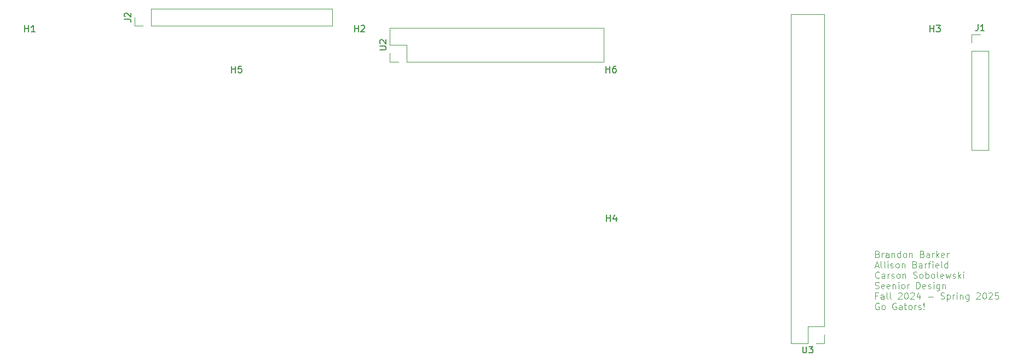
<source format=gbr>
%TF.GenerationSoftware,KiCad,Pcbnew,9.0.0*%
%TF.CreationDate,2025-04-14T10:18:26-04:00*%
%TF.ProjectId,centerPCB,63656e74-6572-4504-9342-2e6b69636164,rev?*%
%TF.SameCoordinates,Original*%
%TF.FileFunction,Legend,Top*%
%TF.FilePolarity,Positive*%
%FSLAX46Y46*%
G04 Gerber Fmt 4.6, Leading zero omitted, Abs format (unit mm)*
G04 Created by KiCad (PCBNEW 9.0.0) date 2025-04-14 10:18:26*
%MOMM*%
%LPD*%
G01*
G04 APERTURE LIST*
%ADD10C,0.100000*%
%ADD11C,0.150000*%
%ADD12C,0.120000*%
G04 APERTURE END LIST*
D10*
X192137217Y-93798889D02*
X192280074Y-93846508D01*
X192280074Y-93846508D02*
X192327693Y-93894127D01*
X192327693Y-93894127D02*
X192375312Y-93989365D01*
X192375312Y-93989365D02*
X192375312Y-94132222D01*
X192375312Y-94132222D02*
X192327693Y-94227460D01*
X192327693Y-94227460D02*
X192280074Y-94275080D01*
X192280074Y-94275080D02*
X192184836Y-94322699D01*
X192184836Y-94322699D02*
X191803884Y-94322699D01*
X191803884Y-94322699D02*
X191803884Y-93322699D01*
X191803884Y-93322699D02*
X192137217Y-93322699D01*
X192137217Y-93322699D02*
X192232455Y-93370318D01*
X192232455Y-93370318D02*
X192280074Y-93417937D01*
X192280074Y-93417937D02*
X192327693Y-93513175D01*
X192327693Y-93513175D02*
X192327693Y-93608413D01*
X192327693Y-93608413D02*
X192280074Y-93703651D01*
X192280074Y-93703651D02*
X192232455Y-93751270D01*
X192232455Y-93751270D02*
X192137217Y-93798889D01*
X192137217Y-93798889D02*
X191803884Y-93798889D01*
X192803884Y-94322699D02*
X192803884Y-93656032D01*
X192803884Y-93846508D02*
X192851503Y-93751270D01*
X192851503Y-93751270D02*
X192899122Y-93703651D01*
X192899122Y-93703651D02*
X192994360Y-93656032D01*
X192994360Y-93656032D02*
X193089598Y-93656032D01*
X193851503Y-94322699D02*
X193851503Y-93798889D01*
X193851503Y-93798889D02*
X193803884Y-93703651D01*
X193803884Y-93703651D02*
X193708646Y-93656032D01*
X193708646Y-93656032D02*
X193518170Y-93656032D01*
X193518170Y-93656032D02*
X193422932Y-93703651D01*
X193851503Y-94275080D02*
X193756265Y-94322699D01*
X193756265Y-94322699D02*
X193518170Y-94322699D01*
X193518170Y-94322699D02*
X193422932Y-94275080D01*
X193422932Y-94275080D02*
X193375313Y-94179841D01*
X193375313Y-94179841D02*
X193375313Y-94084603D01*
X193375313Y-94084603D02*
X193422932Y-93989365D01*
X193422932Y-93989365D02*
X193518170Y-93941746D01*
X193518170Y-93941746D02*
X193756265Y-93941746D01*
X193756265Y-93941746D02*
X193851503Y-93894127D01*
X194327694Y-93656032D02*
X194327694Y-94322699D01*
X194327694Y-93751270D02*
X194375313Y-93703651D01*
X194375313Y-93703651D02*
X194470551Y-93656032D01*
X194470551Y-93656032D02*
X194613408Y-93656032D01*
X194613408Y-93656032D02*
X194708646Y-93703651D01*
X194708646Y-93703651D02*
X194756265Y-93798889D01*
X194756265Y-93798889D02*
X194756265Y-94322699D01*
X195661027Y-94322699D02*
X195661027Y-93322699D01*
X195661027Y-94275080D02*
X195565789Y-94322699D01*
X195565789Y-94322699D02*
X195375313Y-94322699D01*
X195375313Y-94322699D02*
X195280075Y-94275080D01*
X195280075Y-94275080D02*
X195232456Y-94227460D01*
X195232456Y-94227460D02*
X195184837Y-94132222D01*
X195184837Y-94132222D02*
X195184837Y-93846508D01*
X195184837Y-93846508D02*
X195232456Y-93751270D01*
X195232456Y-93751270D02*
X195280075Y-93703651D01*
X195280075Y-93703651D02*
X195375313Y-93656032D01*
X195375313Y-93656032D02*
X195565789Y-93656032D01*
X195565789Y-93656032D02*
X195661027Y-93703651D01*
X196280075Y-94322699D02*
X196184837Y-94275080D01*
X196184837Y-94275080D02*
X196137218Y-94227460D01*
X196137218Y-94227460D02*
X196089599Y-94132222D01*
X196089599Y-94132222D02*
X196089599Y-93846508D01*
X196089599Y-93846508D02*
X196137218Y-93751270D01*
X196137218Y-93751270D02*
X196184837Y-93703651D01*
X196184837Y-93703651D02*
X196280075Y-93656032D01*
X196280075Y-93656032D02*
X196422932Y-93656032D01*
X196422932Y-93656032D02*
X196518170Y-93703651D01*
X196518170Y-93703651D02*
X196565789Y-93751270D01*
X196565789Y-93751270D02*
X196613408Y-93846508D01*
X196613408Y-93846508D02*
X196613408Y-94132222D01*
X196613408Y-94132222D02*
X196565789Y-94227460D01*
X196565789Y-94227460D02*
X196518170Y-94275080D01*
X196518170Y-94275080D02*
X196422932Y-94322699D01*
X196422932Y-94322699D02*
X196280075Y-94322699D01*
X197041980Y-93656032D02*
X197041980Y-94322699D01*
X197041980Y-93751270D02*
X197089599Y-93703651D01*
X197089599Y-93703651D02*
X197184837Y-93656032D01*
X197184837Y-93656032D02*
X197327694Y-93656032D01*
X197327694Y-93656032D02*
X197422932Y-93703651D01*
X197422932Y-93703651D02*
X197470551Y-93798889D01*
X197470551Y-93798889D02*
X197470551Y-94322699D01*
X199041980Y-93798889D02*
X199184837Y-93846508D01*
X199184837Y-93846508D02*
X199232456Y-93894127D01*
X199232456Y-93894127D02*
X199280075Y-93989365D01*
X199280075Y-93989365D02*
X199280075Y-94132222D01*
X199280075Y-94132222D02*
X199232456Y-94227460D01*
X199232456Y-94227460D02*
X199184837Y-94275080D01*
X199184837Y-94275080D02*
X199089599Y-94322699D01*
X199089599Y-94322699D02*
X198708647Y-94322699D01*
X198708647Y-94322699D02*
X198708647Y-93322699D01*
X198708647Y-93322699D02*
X199041980Y-93322699D01*
X199041980Y-93322699D02*
X199137218Y-93370318D01*
X199137218Y-93370318D02*
X199184837Y-93417937D01*
X199184837Y-93417937D02*
X199232456Y-93513175D01*
X199232456Y-93513175D02*
X199232456Y-93608413D01*
X199232456Y-93608413D02*
X199184837Y-93703651D01*
X199184837Y-93703651D02*
X199137218Y-93751270D01*
X199137218Y-93751270D02*
X199041980Y-93798889D01*
X199041980Y-93798889D02*
X198708647Y-93798889D01*
X200137218Y-94322699D02*
X200137218Y-93798889D01*
X200137218Y-93798889D02*
X200089599Y-93703651D01*
X200089599Y-93703651D02*
X199994361Y-93656032D01*
X199994361Y-93656032D02*
X199803885Y-93656032D01*
X199803885Y-93656032D02*
X199708647Y-93703651D01*
X200137218Y-94275080D02*
X200041980Y-94322699D01*
X200041980Y-94322699D02*
X199803885Y-94322699D01*
X199803885Y-94322699D02*
X199708647Y-94275080D01*
X199708647Y-94275080D02*
X199661028Y-94179841D01*
X199661028Y-94179841D02*
X199661028Y-94084603D01*
X199661028Y-94084603D02*
X199708647Y-93989365D01*
X199708647Y-93989365D02*
X199803885Y-93941746D01*
X199803885Y-93941746D02*
X200041980Y-93941746D01*
X200041980Y-93941746D02*
X200137218Y-93894127D01*
X200613409Y-94322699D02*
X200613409Y-93656032D01*
X200613409Y-93846508D02*
X200661028Y-93751270D01*
X200661028Y-93751270D02*
X200708647Y-93703651D01*
X200708647Y-93703651D02*
X200803885Y-93656032D01*
X200803885Y-93656032D02*
X200899123Y-93656032D01*
X201232457Y-94322699D02*
X201232457Y-93322699D01*
X201327695Y-93941746D02*
X201613409Y-94322699D01*
X201613409Y-93656032D02*
X201232457Y-94036984D01*
X202422933Y-94275080D02*
X202327695Y-94322699D01*
X202327695Y-94322699D02*
X202137219Y-94322699D01*
X202137219Y-94322699D02*
X202041981Y-94275080D01*
X202041981Y-94275080D02*
X201994362Y-94179841D01*
X201994362Y-94179841D02*
X201994362Y-93798889D01*
X201994362Y-93798889D02*
X202041981Y-93703651D01*
X202041981Y-93703651D02*
X202137219Y-93656032D01*
X202137219Y-93656032D02*
X202327695Y-93656032D01*
X202327695Y-93656032D02*
X202422933Y-93703651D01*
X202422933Y-93703651D02*
X202470552Y-93798889D01*
X202470552Y-93798889D02*
X202470552Y-93894127D01*
X202470552Y-93894127D02*
X201994362Y-93989365D01*
X202899124Y-94322699D02*
X202899124Y-93656032D01*
X202899124Y-93846508D02*
X202946743Y-93751270D01*
X202946743Y-93751270D02*
X202994362Y-93703651D01*
X202994362Y-93703651D02*
X203089600Y-93656032D01*
X203089600Y-93656032D02*
X203184838Y-93656032D01*
X191756265Y-95646928D02*
X192232455Y-95646928D01*
X191661027Y-95932643D02*
X191994360Y-94932643D01*
X191994360Y-94932643D02*
X192327693Y-95932643D01*
X192803884Y-95932643D02*
X192708646Y-95885024D01*
X192708646Y-95885024D02*
X192661027Y-95789785D01*
X192661027Y-95789785D02*
X192661027Y-94932643D01*
X193327694Y-95932643D02*
X193232456Y-95885024D01*
X193232456Y-95885024D02*
X193184837Y-95789785D01*
X193184837Y-95789785D02*
X193184837Y-94932643D01*
X193708647Y-95932643D02*
X193708647Y-95265976D01*
X193708647Y-94932643D02*
X193661028Y-94980262D01*
X193661028Y-94980262D02*
X193708647Y-95027881D01*
X193708647Y-95027881D02*
X193756266Y-94980262D01*
X193756266Y-94980262D02*
X193708647Y-94932643D01*
X193708647Y-94932643D02*
X193708647Y-95027881D01*
X194137218Y-95885024D02*
X194232456Y-95932643D01*
X194232456Y-95932643D02*
X194422932Y-95932643D01*
X194422932Y-95932643D02*
X194518170Y-95885024D01*
X194518170Y-95885024D02*
X194565789Y-95789785D01*
X194565789Y-95789785D02*
X194565789Y-95742166D01*
X194565789Y-95742166D02*
X194518170Y-95646928D01*
X194518170Y-95646928D02*
X194422932Y-95599309D01*
X194422932Y-95599309D02*
X194280075Y-95599309D01*
X194280075Y-95599309D02*
X194184837Y-95551690D01*
X194184837Y-95551690D02*
X194137218Y-95456452D01*
X194137218Y-95456452D02*
X194137218Y-95408833D01*
X194137218Y-95408833D02*
X194184837Y-95313595D01*
X194184837Y-95313595D02*
X194280075Y-95265976D01*
X194280075Y-95265976D02*
X194422932Y-95265976D01*
X194422932Y-95265976D02*
X194518170Y-95313595D01*
X195137218Y-95932643D02*
X195041980Y-95885024D01*
X195041980Y-95885024D02*
X194994361Y-95837404D01*
X194994361Y-95837404D02*
X194946742Y-95742166D01*
X194946742Y-95742166D02*
X194946742Y-95456452D01*
X194946742Y-95456452D02*
X194994361Y-95361214D01*
X194994361Y-95361214D02*
X195041980Y-95313595D01*
X195041980Y-95313595D02*
X195137218Y-95265976D01*
X195137218Y-95265976D02*
X195280075Y-95265976D01*
X195280075Y-95265976D02*
X195375313Y-95313595D01*
X195375313Y-95313595D02*
X195422932Y-95361214D01*
X195422932Y-95361214D02*
X195470551Y-95456452D01*
X195470551Y-95456452D02*
X195470551Y-95742166D01*
X195470551Y-95742166D02*
X195422932Y-95837404D01*
X195422932Y-95837404D02*
X195375313Y-95885024D01*
X195375313Y-95885024D02*
X195280075Y-95932643D01*
X195280075Y-95932643D02*
X195137218Y-95932643D01*
X195899123Y-95265976D02*
X195899123Y-95932643D01*
X195899123Y-95361214D02*
X195946742Y-95313595D01*
X195946742Y-95313595D02*
X196041980Y-95265976D01*
X196041980Y-95265976D02*
X196184837Y-95265976D01*
X196184837Y-95265976D02*
X196280075Y-95313595D01*
X196280075Y-95313595D02*
X196327694Y-95408833D01*
X196327694Y-95408833D02*
X196327694Y-95932643D01*
X197899123Y-95408833D02*
X198041980Y-95456452D01*
X198041980Y-95456452D02*
X198089599Y-95504071D01*
X198089599Y-95504071D02*
X198137218Y-95599309D01*
X198137218Y-95599309D02*
X198137218Y-95742166D01*
X198137218Y-95742166D02*
X198089599Y-95837404D01*
X198089599Y-95837404D02*
X198041980Y-95885024D01*
X198041980Y-95885024D02*
X197946742Y-95932643D01*
X197946742Y-95932643D02*
X197565790Y-95932643D01*
X197565790Y-95932643D02*
X197565790Y-94932643D01*
X197565790Y-94932643D02*
X197899123Y-94932643D01*
X197899123Y-94932643D02*
X197994361Y-94980262D01*
X197994361Y-94980262D02*
X198041980Y-95027881D01*
X198041980Y-95027881D02*
X198089599Y-95123119D01*
X198089599Y-95123119D02*
X198089599Y-95218357D01*
X198089599Y-95218357D02*
X198041980Y-95313595D01*
X198041980Y-95313595D02*
X197994361Y-95361214D01*
X197994361Y-95361214D02*
X197899123Y-95408833D01*
X197899123Y-95408833D02*
X197565790Y-95408833D01*
X198994361Y-95932643D02*
X198994361Y-95408833D01*
X198994361Y-95408833D02*
X198946742Y-95313595D01*
X198946742Y-95313595D02*
X198851504Y-95265976D01*
X198851504Y-95265976D02*
X198661028Y-95265976D01*
X198661028Y-95265976D02*
X198565790Y-95313595D01*
X198994361Y-95885024D02*
X198899123Y-95932643D01*
X198899123Y-95932643D02*
X198661028Y-95932643D01*
X198661028Y-95932643D02*
X198565790Y-95885024D01*
X198565790Y-95885024D02*
X198518171Y-95789785D01*
X198518171Y-95789785D02*
X198518171Y-95694547D01*
X198518171Y-95694547D02*
X198565790Y-95599309D01*
X198565790Y-95599309D02*
X198661028Y-95551690D01*
X198661028Y-95551690D02*
X198899123Y-95551690D01*
X198899123Y-95551690D02*
X198994361Y-95504071D01*
X199470552Y-95932643D02*
X199470552Y-95265976D01*
X199470552Y-95456452D02*
X199518171Y-95361214D01*
X199518171Y-95361214D02*
X199565790Y-95313595D01*
X199565790Y-95313595D02*
X199661028Y-95265976D01*
X199661028Y-95265976D02*
X199756266Y-95265976D01*
X199946743Y-95265976D02*
X200327695Y-95265976D01*
X200089600Y-95932643D02*
X200089600Y-95075500D01*
X200089600Y-95075500D02*
X200137219Y-94980262D01*
X200137219Y-94980262D02*
X200232457Y-94932643D01*
X200232457Y-94932643D02*
X200327695Y-94932643D01*
X200661029Y-95932643D02*
X200661029Y-95265976D01*
X200661029Y-94932643D02*
X200613410Y-94980262D01*
X200613410Y-94980262D02*
X200661029Y-95027881D01*
X200661029Y-95027881D02*
X200708648Y-94980262D01*
X200708648Y-94980262D02*
X200661029Y-94932643D01*
X200661029Y-94932643D02*
X200661029Y-95027881D01*
X201518171Y-95885024D02*
X201422933Y-95932643D01*
X201422933Y-95932643D02*
X201232457Y-95932643D01*
X201232457Y-95932643D02*
X201137219Y-95885024D01*
X201137219Y-95885024D02*
X201089600Y-95789785D01*
X201089600Y-95789785D02*
X201089600Y-95408833D01*
X201089600Y-95408833D02*
X201137219Y-95313595D01*
X201137219Y-95313595D02*
X201232457Y-95265976D01*
X201232457Y-95265976D02*
X201422933Y-95265976D01*
X201422933Y-95265976D02*
X201518171Y-95313595D01*
X201518171Y-95313595D02*
X201565790Y-95408833D01*
X201565790Y-95408833D02*
X201565790Y-95504071D01*
X201565790Y-95504071D02*
X201089600Y-95599309D01*
X202137219Y-95932643D02*
X202041981Y-95885024D01*
X202041981Y-95885024D02*
X201994362Y-95789785D01*
X201994362Y-95789785D02*
X201994362Y-94932643D01*
X202946743Y-95932643D02*
X202946743Y-94932643D01*
X202946743Y-95885024D02*
X202851505Y-95932643D01*
X202851505Y-95932643D02*
X202661029Y-95932643D01*
X202661029Y-95932643D02*
X202565791Y-95885024D01*
X202565791Y-95885024D02*
X202518172Y-95837404D01*
X202518172Y-95837404D02*
X202470553Y-95742166D01*
X202470553Y-95742166D02*
X202470553Y-95456452D01*
X202470553Y-95456452D02*
X202518172Y-95361214D01*
X202518172Y-95361214D02*
X202565791Y-95313595D01*
X202565791Y-95313595D02*
X202661029Y-95265976D01*
X202661029Y-95265976D02*
X202851505Y-95265976D01*
X202851505Y-95265976D02*
X202946743Y-95313595D01*
X192375312Y-97447348D02*
X192327693Y-97494968D01*
X192327693Y-97494968D02*
X192184836Y-97542587D01*
X192184836Y-97542587D02*
X192089598Y-97542587D01*
X192089598Y-97542587D02*
X191946741Y-97494968D01*
X191946741Y-97494968D02*
X191851503Y-97399729D01*
X191851503Y-97399729D02*
X191803884Y-97304491D01*
X191803884Y-97304491D02*
X191756265Y-97114015D01*
X191756265Y-97114015D02*
X191756265Y-96971158D01*
X191756265Y-96971158D02*
X191803884Y-96780682D01*
X191803884Y-96780682D02*
X191851503Y-96685444D01*
X191851503Y-96685444D02*
X191946741Y-96590206D01*
X191946741Y-96590206D02*
X192089598Y-96542587D01*
X192089598Y-96542587D02*
X192184836Y-96542587D01*
X192184836Y-96542587D02*
X192327693Y-96590206D01*
X192327693Y-96590206D02*
X192375312Y-96637825D01*
X193232455Y-97542587D02*
X193232455Y-97018777D01*
X193232455Y-97018777D02*
X193184836Y-96923539D01*
X193184836Y-96923539D02*
X193089598Y-96875920D01*
X193089598Y-96875920D02*
X192899122Y-96875920D01*
X192899122Y-96875920D02*
X192803884Y-96923539D01*
X193232455Y-97494968D02*
X193137217Y-97542587D01*
X193137217Y-97542587D02*
X192899122Y-97542587D01*
X192899122Y-97542587D02*
X192803884Y-97494968D01*
X192803884Y-97494968D02*
X192756265Y-97399729D01*
X192756265Y-97399729D02*
X192756265Y-97304491D01*
X192756265Y-97304491D02*
X192803884Y-97209253D01*
X192803884Y-97209253D02*
X192899122Y-97161634D01*
X192899122Y-97161634D02*
X193137217Y-97161634D01*
X193137217Y-97161634D02*
X193232455Y-97114015D01*
X193708646Y-97542587D02*
X193708646Y-96875920D01*
X193708646Y-97066396D02*
X193756265Y-96971158D01*
X193756265Y-96971158D02*
X193803884Y-96923539D01*
X193803884Y-96923539D02*
X193899122Y-96875920D01*
X193899122Y-96875920D02*
X193994360Y-96875920D01*
X194280075Y-97494968D02*
X194375313Y-97542587D01*
X194375313Y-97542587D02*
X194565789Y-97542587D01*
X194565789Y-97542587D02*
X194661027Y-97494968D01*
X194661027Y-97494968D02*
X194708646Y-97399729D01*
X194708646Y-97399729D02*
X194708646Y-97352110D01*
X194708646Y-97352110D02*
X194661027Y-97256872D01*
X194661027Y-97256872D02*
X194565789Y-97209253D01*
X194565789Y-97209253D02*
X194422932Y-97209253D01*
X194422932Y-97209253D02*
X194327694Y-97161634D01*
X194327694Y-97161634D02*
X194280075Y-97066396D01*
X194280075Y-97066396D02*
X194280075Y-97018777D01*
X194280075Y-97018777D02*
X194327694Y-96923539D01*
X194327694Y-96923539D02*
X194422932Y-96875920D01*
X194422932Y-96875920D02*
X194565789Y-96875920D01*
X194565789Y-96875920D02*
X194661027Y-96923539D01*
X195280075Y-97542587D02*
X195184837Y-97494968D01*
X195184837Y-97494968D02*
X195137218Y-97447348D01*
X195137218Y-97447348D02*
X195089599Y-97352110D01*
X195089599Y-97352110D02*
X195089599Y-97066396D01*
X195089599Y-97066396D02*
X195137218Y-96971158D01*
X195137218Y-96971158D02*
X195184837Y-96923539D01*
X195184837Y-96923539D02*
X195280075Y-96875920D01*
X195280075Y-96875920D02*
X195422932Y-96875920D01*
X195422932Y-96875920D02*
X195518170Y-96923539D01*
X195518170Y-96923539D02*
X195565789Y-96971158D01*
X195565789Y-96971158D02*
X195613408Y-97066396D01*
X195613408Y-97066396D02*
X195613408Y-97352110D01*
X195613408Y-97352110D02*
X195565789Y-97447348D01*
X195565789Y-97447348D02*
X195518170Y-97494968D01*
X195518170Y-97494968D02*
X195422932Y-97542587D01*
X195422932Y-97542587D02*
X195280075Y-97542587D01*
X196041980Y-96875920D02*
X196041980Y-97542587D01*
X196041980Y-96971158D02*
X196089599Y-96923539D01*
X196089599Y-96923539D02*
X196184837Y-96875920D01*
X196184837Y-96875920D02*
X196327694Y-96875920D01*
X196327694Y-96875920D02*
X196422932Y-96923539D01*
X196422932Y-96923539D02*
X196470551Y-97018777D01*
X196470551Y-97018777D02*
X196470551Y-97542587D01*
X197661028Y-97494968D02*
X197803885Y-97542587D01*
X197803885Y-97542587D02*
X198041980Y-97542587D01*
X198041980Y-97542587D02*
X198137218Y-97494968D01*
X198137218Y-97494968D02*
X198184837Y-97447348D01*
X198184837Y-97447348D02*
X198232456Y-97352110D01*
X198232456Y-97352110D02*
X198232456Y-97256872D01*
X198232456Y-97256872D02*
X198184837Y-97161634D01*
X198184837Y-97161634D02*
X198137218Y-97114015D01*
X198137218Y-97114015D02*
X198041980Y-97066396D01*
X198041980Y-97066396D02*
X197851504Y-97018777D01*
X197851504Y-97018777D02*
X197756266Y-96971158D01*
X197756266Y-96971158D02*
X197708647Y-96923539D01*
X197708647Y-96923539D02*
X197661028Y-96828301D01*
X197661028Y-96828301D02*
X197661028Y-96733063D01*
X197661028Y-96733063D02*
X197708647Y-96637825D01*
X197708647Y-96637825D02*
X197756266Y-96590206D01*
X197756266Y-96590206D02*
X197851504Y-96542587D01*
X197851504Y-96542587D02*
X198089599Y-96542587D01*
X198089599Y-96542587D02*
X198232456Y-96590206D01*
X198803885Y-97542587D02*
X198708647Y-97494968D01*
X198708647Y-97494968D02*
X198661028Y-97447348D01*
X198661028Y-97447348D02*
X198613409Y-97352110D01*
X198613409Y-97352110D02*
X198613409Y-97066396D01*
X198613409Y-97066396D02*
X198661028Y-96971158D01*
X198661028Y-96971158D02*
X198708647Y-96923539D01*
X198708647Y-96923539D02*
X198803885Y-96875920D01*
X198803885Y-96875920D02*
X198946742Y-96875920D01*
X198946742Y-96875920D02*
X199041980Y-96923539D01*
X199041980Y-96923539D02*
X199089599Y-96971158D01*
X199089599Y-96971158D02*
X199137218Y-97066396D01*
X199137218Y-97066396D02*
X199137218Y-97352110D01*
X199137218Y-97352110D02*
X199089599Y-97447348D01*
X199089599Y-97447348D02*
X199041980Y-97494968D01*
X199041980Y-97494968D02*
X198946742Y-97542587D01*
X198946742Y-97542587D02*
X198803885Y-97542587D01*
X199565790Y-97542587D02*
X199565790Y-96542587D01*
X199565790Y-96923539D02*
X199661028Y-96875920D01*
X199661028Y-96875920D02*
X199851504Y-96875920D01*
X199851504Y-96875920D02*
X199946742Y-96923539D01*
X199946742Y-96923539D02*
X199994361Y-96971158D01*
X199994361Y-96971158D02*
X200041980Y-97066396D01*
X200041980Y-97066396D02*
X200041980Y-97352110D01*
X200041980Y-97352110D02*
X199994361Y-97447348D01*
X199994361Y-97447348D02*
X199946742Y-97494968D01*
X199946742Y-97494968D02*
X199851504Y-97542587D01*
X199851504Y-97542587D02*
X199661028Y-97542587D01*
X199661028Y-97542587D02*
X199565790Y-97494968D01*
X200613409Y-97542587D02*
X200518171Y-97494968D01*
X200518171Y-97494968D02*
X200470552Y-97447348D01*
X200470552Y-97447348D02*
X200422933Y-97352110D01*
X200422933Y-97352110D02*
X200422933Y-97066396D01*
X200422933Y-97066396D02*
X200470552Y-96971158D01*
X200470552Y-96971158D02*
X200518171Y-96923539D01*
X200518171Y-96923539D02*
X200613409Y-96875920D01*
X200613409Y-96875920D02*
X200756266Y-96875920D01*
X200756266Y-96875920D02*
X200851504Y-96923539D01*
X200851504Y-96923539D02*
X200899123Y-96971158D01*
X200899123Y-96971158D02*
X200946742Y-97066396D01*
X200946742Y-97066396D02*
X200946742Y-97352110D01*
X200946742Y-97352110D02*
X200899123Y-97447348D01*
X200899123Y-97447348D02*
X200851504Y-97494968D01*
X200851504Y-97494968D02*
X200756266Y-97542587D01*
X200756266Y-97542587D02*
X200613409Y-97542587D01*
X201518171Y-97542587D02*
X201422933Y-97494968D01*
X201422933Y-97494968D02*
X201375314Y-97399729D01*
X201375314Y-97399729D02*
X201375314Y-96542587D01*
X202280076Y-97494968D02*
X202184838Y-97542587D01*
X202184838Y-97542587D02*
X201994362Y-97542587D01*
X201994362Y-97542587D02*
X201899124Y-97494968D01*
X201899124Y-97494968D02*
X201851505Y-97399729D01*
X201851505Y-97399729D02*
X201851505Y-97018777D01*
X201851505Y-97018777D02*
X201899124Y-96923539D01*
X201899124Y-96923539D02*
X201994362Y-96875920D01*
X201994362Y-96875920D02*
X202184838Y-96875920D01*
X202184838Y-96875920D02*
X202280076Y-96923539D01*
X202280076Y-96923539D02*
X202327695Y-97018777D01*
X202327695Y-97018777D02*
X202327695Y-97114015D01*
X202327695Y-97114015D02*
X201851505Y-97209253D01*
X202661029Y-96875920D02*
X202851505Y-97542587D01*
X202851505Y-97542587D02*
X203041981Y-97066396D01*
X203041981Y-97066396D02*
X203232457Y-97542587D01*
X203232457Y-97542587D02*
X203422933Y-96875920D01*
X203756267Y-97494968D02*
X203851505Y-97542587D01*
X203851505Y-97542587D02*
X204041981Y-97542587D01*
X204041981Y-97542587D02*
X204137219Y-97494968D01*
X204137219Y-97494968D02*
X204184838Y-97399729D01*
X204184838Y-97399729D02*
X204184838Y-97352110D01*
X204184838Y-97352110D02*
X204137219Y-97256872D01*
X204137219Y-97256872D02*
X204041981Y-97209253D01*
X204041981Y-97209253D02*
X203899124Y-97209253D01*
X203899124Y-97209253D02*
X203803886Y-97161634D01*
X203803886Y-97161634D02*
X203756267Y-97066396D01*
X203756267Y-97066396D02*
X203756267Y-97018777D01*
X203756267Y-97018777D02*
X203803886Y-96923539D01*
X203803886Y-96923539D02*
X203899124Y-96875920D01*
X203899124Y-96875920D02*
X204041981Y-96875920D01*
X204041981Y-96875920D02*
X204137219Y-96923539D01*
X204613410Y-97542587D02*
X204613410Y-96542587D01*
X204708648Y-97161634D02*
X204994362Y-97542587D01*
X204994362Y-96875920D02*
X204613410Y-97256872D01*
X205422934Y-97542587D02*
X205422934Y-96875920D01*
X205422934Y-96542587D02*
X205375315Y-96590206D01*
X205375315Y-96590206D02*
X205422934Y-96637825D01*
X205422934Y-96637825D02*
X205470553Y-96590206D01*
X205470553Y-96590206D02*
X205422934Y-96542587D01*
X205422934Y-96542587D02*
X205422934Y-96637825D01*
X191756265Y-99104912D02*
X191899122Y-99152531D01*
X191899122Y-99152531D02*
X192137217Y-99152531D01*
X192137217Y-99152531D02*
X192232455Y-99104912D01*
X192232455Y-99104912D02*
X192280074Y-99057292D01*
X192280074Y-99057292D02*
X192327693Y-98962054D01*
X192327693Y-98962054D02*
X192327693Y-98866816D01*
X192327693Y-98866816D02*
X192280074Y-98771578D01*
X192280074Y-98771578D02*
X192232455Y-98723959D01*
X192232455Y-98723959D02*
X192137217Y-98676340D01*
X192137217Y-98676340D02*
X191946741Y-98628721D01*
X191946741Y-98628721D02*
X191851503Y-98581102D01*
X191851503Y-98581102D02*
X191803884Y-98533483D01*
X191803884Y-98533483D02*
X191756265Y-98438245D01*
X191756265Y-98438245D02*
X191756265Y-98343007D01*
X191756265Y-98343007D02*
X191803884Y-98247769D01*
X191803884Y-98247769D02*
X191851503Y-98200150D01*
X191851503Y-98200150D02*
X191946741Y-98152531D01*
X191946741Y-98152531D02*
X192184836Y-98152531D01*
X192184836Y-98152531D02*
X192327693Y-98200150D01*
X193137217Y-99104912D02*
X193041979Y-99152531D01*
X193041979Y-99152531D02*
X192851503Y-99152531D01*
X192851503Y-99152531D02*
X192756265Y-99104912D01*
X192756265Y-99104912D02*
X192708646Y-99009673D01*
X192708646Y-99009673D02*
X192708646Y-98628721D01*
X192708646Y-98628721D02*
X192756265Y-98533483D01*
X192756265Y-98533483D02*
X192851503Y-98485864D01*
X192851503Y-98485864D02*
X193041979Y-98485864D01*
X193041979Y-98485864D02*
X193137217Y-98533483D01*
X193137217Y-98533483D02*
X193184836Y-98628721D01*
X193184836Y-98628721D02*
X193184836Y-98723959D01*
X193184836Y-98723959D02*
X192708646Y-98819197D01*
X193994360Y-99104912D02*
X193899122Y-99152531D01*
X193899122Y-99152531D02*
X193708646Y-99152531D01*
X193708646Y-99152531D02*
X193613408Y-99104912D01*
X193613408Y-99104912D02*
X193565789Y-99009673D01*
X193565789Y-99009673D02*
X193565789Y-98628721D01*
X193565789Y-98628721D02*
X193613408Y-98533483D01*
X193613408Y-98533483D02*
X193708646Y-98485864D01*
X193708646Y-98485864D02*
X193899122Y-98485864D01*
X193899122Y-98485864D02*
X193994360Y-98533483D01*
X193994360Y-98533483D02*
X194041979Y-98628721D01*
X194041979Y-98628721D02*
X194041979Y-98723959D01*
X194041979Y-98723959D02*
X193565789Y-98819197D01*
X194470551Y-98485864D02*
X194470551Y-99152531D01*
X194470551Y-98581102D02*
X194518170Y-98533483D01*
X194518170Y-98533483D02*
X194613408Y-98485864D01*
X194613408Y-98485864D02*
X194756265Y-98485864D01*
X194756265Y-98485864D02*
X194851503Y-98533483D01*
X194851503Y-98533483D02*
X194899122Y-98628721D01*
X194899122Y-98628721D02*
X194899122Y-99152531D01*
X195375313Y-99152531D02*
X195375313Y-98485864D01*
X195375313Y-98152531D02*
X195327694Y-98200150D01*
X195327694Y-98200150D02*
X195375313Y-98247769D01*
X195375313Y-98247769D02*
X195422932Y-98200150D01*
X195422932Y-98200150D02*
X195375313Y-98152531D01*
X195375313Y-98152531D02*
X195375313Y-98247769D01*
X195994360Y-99152531D02*
X195899122Y-99104912D01*
X195899122Y-99104912D02*
X195851503Y-99057292D01*
X195851503Y-99057292D02*
X195803884Y-98962054D01*
X195803884Y-98962054D02*
X195803884Y-98676340D01*
X195803884Y-98676340D02*
X195851503Y-98581102D01*
X195851503Y-98581102D02*
X195899122Y-98533483D01*
X195899122Y-98533483D02*
X195994360Y-98485864D01*
X195994360Y-98485864D02*
X196137217Y-98485864D01*
X196137217Y-98485864D02*
X196232455Y-98533483D01*
X196232455Y-98533483D02*
X196280074Y-98581102D01*
X196280074Y-98581102D02*
X196327693Y-98676340D01*
X196327693Y-98676340D02*
X196327693Y-98962054D01*
X196327693Y-98962054D02*
X196280074Y-99057292D01*
X196280074Y-99057292D02*
X196232455Y-99104912D01*
X196232455Y-99104912D02*
X196137217Y-99152531D01*
X196137217Y-99152531D02*
X195994360Y-99152531D01*
X196756265Y-99152531D02*
X196756265Y-98485864D01*
X196756265Y-98676340D02*
X196803884Y-98581102D01*
X196803884Y-98581102D02*
X196851503Y-98533483D01*
X196851503Y-98533483D02*
X196946741Y-98485864D01*
X196946741Y-98485864D02*
X197041979Y-98485864D01*
X198137218Y-99152531D02*
X198137218Y-98152531D01*
X198137218Y-98152531D02*
X198375313Y-98152531D01*
X198375313Y-98152531D02*
X198518170Y-98200150D01*
X198518170Y-98200150D02*
X198613408Y-98295388D01*
X198613408Y-98295388D02*
X198661027Y-98390626D01*
X198661027Y-98390626D02*
X198708646Y-98581102D01*
X198708646Y-98581102D02*
X198708646Y-98723959D01*
X198708646Y-98723959D02*
X198661027Y-98914435D01*
X198661027Y-98914435D02*
X198613408Y-99009673D01*
X198613408Y-99009673D02*
X198518170Y-99104912D01*
X198518170Y-99104912D02*
X198375313Y-99152531D01*
X198375313Y-99152531D02*
X198137218Y-99152531D01*
X199518170Y-99104912D02*
X199422932Y-99152531D01*
X199422932Y-99152531D02*
X199232456Y-99152531D01*
X199232456Y-99152531D02*
X199137218Y-99104912D01*
X199137218Y-99104912D02*
X199089599Y-99009673D01*
X199089599Y-99009673D02*
X199089599Y-98628721D01*
X199089599Y-98628721D02*
X199137218Y-98533483D01*
X199137218Y-98533483D02*
X199232456Y-98485864D01*
X199232456Y-98485864D02*
X199422932Y-98485864D01*
X199422932Y-98485864D02*
X199518170Y-98533483D01*
X199518170Y-98533483D02*
X199565789Y-98628721D01*
X199565789Y-98628721D02*
X199565789Y-98723959D01*
X199565789Y-98723959D02*
X199089599Y-98819197D01*
X199946742Y-99104912D02*
X200041980Y-99152531D01*
X200041980Y-99152531D02*
X200232456Y-99152531D01*
X200232456Y-99152531D02*
X200327694Y-99104912D01*
X200327694Y-99104912D02*
X200375313Y-99009673D01*
X200375313Y-99009673D02*
X200375313Y-98962054D01*
X200375313Y-98962054D02*
X200327694Y-98866816D01*
X200327694Y-98866816D02*
X200232456Y-98819197D01*
X200232456Y-98819197D02*
X200089599Y-98819197D01*
X200089599Y-98819197D02*
X199994361Y-98771578D01*
X199994361Y-98771578D02*
X199946742Y-98676340D01*
X199946742Y-98676340D02*
X199946742Y-98628721D01*
X199946742Y-98628721D02*
X199994361Y-98533483D01*
X199994361Y-98533483D02*
X200089599Y-98485864D01*
X200089599Y-98485864D02*
X200232456Y-98485864D01*
X200232456Y-98485864D02*
X200327694Y-98533483D01*
X200803885Y-99152531D02*
X200803885Y-98485864D01*
X200803885Y-98152531D02*
X200756266Y-98200150D01*
X200756266Y-98200150D02*
X200803885Y-98247769D01*
X200803885Y-98247769D02*
X200851504Y-98200150D01*
X200851504Y-98200150D02*
X200803885Y-98152531D01*
X200803885Y-98152531D02*
X200803885Y-98247769D01*
X201708646Y-98485864D02*
X201708646Y-99295388D01*
X201708646Y-99295388D02*
X201661027Y-99390626D01*
X201661027Y-99390626D02*
X201613408Y-99438245D01*
X201613408Y-99438245D02*
X201518170Y-99485864D01*
X201518170Y-99485864D02*
X201375313Y-99485864D01*
X201375313Y-99485864D02*
X201280075Y-99438245D01*
X201708646Y-99104912D02*
X201613408Y-99152531D01*
X201613408Y-99152531D02*
X201422932Y-99152531D01*
X201422932Y-99152531D02*
X201327694Y-99104912D01*
X201327694Y-99104912D02*
X201280075Y-99057292D01*
X201280075Y-99057292D02*
X201232456Y-98962054D01*
X201232456Y-98962054D02*
X201232456Y-98676340D01*
X201232456Y-98676340D02*
X201280075Y-98581102D01*
X201280075Y-98581102D02*
X201327694Y-98533483D01*
X201327694Y-98533483D02*
X201422932Y-98485864D01*
X201422932Y-98485864D02*
X201613408Y-98485864D01*
X201613408Y-98485864D02*
X201708646Y-98533483D01*
X202184837Y-98485864D02*
X202184837Y-99152531D01*
X202184837Y-98581102D02*
X202232456Y-98533483D01*
X202232456Y-98533483D02*
X202327694Y-98485864D01*
X202327694Y-98485864D02*
X202470551Y-98485864D01*
X202470551Y-98485864D02*
X202565789Y-98533483D01*
X202565789Y-98533483D02*
X202613408Y-98628721D01*
X202613408Y-98628721D02*
X202613408Y-99152531D01*
X192137217Y-100238665D02*
X191803884Y-100238665D01*
X191803884Y-100762475D02*
X191803884Y-99762475D01*
X191803884Y-99762475D02*
X192280074Y-99762475D01*
X193089598Y-100762475D02*
X193089598Y-100238665D01*
X193089598Y-100238665D02*
X193041979Y-100143427D01*
X193041979Y-100143427D02*
X192946741Y-100095808D01*
X192946741Y-100095808D02*
X192756265Y-100095808D01*
X192756265Y-100095808D02*
X192661027Y-100143427D01*
X193089598Y-100714856D02*
X192994360Y-100762475D01*
X192994360Y-100762475D02*
X192756265Y-100762475D01*
X192756265Y-100762475D02*
X192661027Y-100714856D01*
X192661027Y-100714856D02*
X192613408Y-100619617D01*
X192613408Y-100619617D02*
X192613408Y-100524379D01*
X192613408Y-100524379D02*
X192661027Y-100429141D01*
X192661027Y-100429141D02*
X192756265Y-100381522D01*
X192756265Y-100381522D02*
X192994360Y-100381522D01*
X192994360Y-100381522D02*
X193089598Y-100333903D01*
X193708646Y-100762475D02*
X193613408Y-100714856D01*
X193613408Y-100714856D02*
X193565789Y-100619617D01*
X193565789Y-100619617D02*
X193565789Y-99762475D01*
X194232456Y-100762475D02*
X194137218Y-100714856D01*
X194137218Y-100714856D02*
X194089599Y-100619617D01*
X194089599Y-100619617D02*
X194089599Y-99762475D01*
X195327695Y-99857713D02*
X195375314Y-99810094D01*
X195375314Y-99810094D02*
X195470552Y-99762475D01*
X195470552Y-99762475D02*
X195708647Y-99762475D01*
X195708647Y-99762475D02*
X195803885Y-99810094D01*
X195803885Y-99810094D02*
X195851504Y-99857713D01*
X195851504Y-99857713D02*
X195899123Y-99952951D01*
X195899123Y-99952951D02*
X195899123Y-100048189D01*
X195899123Y-100048189D02*
X195851504Y-100191046D01*
X195851504Y-100191046D02*
X195280076Y-100762475D01*
X195280076Y-100762475D02*
X195899123Y-100762475D01*
X196518171Y-99762475D02*
X196613409Y-99762475D01*
X196613409Y-99762475D02*
X196708647Y-99810094D01*
X196708647Y-99810094D02*
X196756266Y-99857713D01*
X196756266Y-99857713D02*
X196803885Y-99952951D01*
X196803885Y-99952951D02*
X196851504Y-100143427D01*
X196851504Y-100143427D02*
X196851504Y-100381522D01*
X196851504Y-100381522D02*
X196803885Y-100571998D01*
X196803885Y-100571998D02*
X196756266Y-100667236D01*
X196756266Y-100667236D02*
X196708647Y-100714856D01*
X196708647Y-100714856D02*
X196613409Y-100762475D01*
X196613409Y-100762475D02*
X196518171Y-100762475D01*
X196518171Y-100762475D02*
X196422933Y-100714856D01*
X196422933Y-100714856D02*
X196375314Y-100667236D01*
X196375314Y-100667236D02*
X196327695Y-100571998D01*
X196327695Y-100571998D02*
X196280076Y-100381522D01*
X196280076Y-100381522D02*
X196280076Y-100143427D01*
X196280076Y-100143427D02*
X196327695Y-99952951D01*
X196327695Y-99952951D02*
X196375314Y-99857713D01*
X196375314Y-99857713D02*
X196422933Y-99810094D01*
X196422933Y-99810094D02*
X196518171Y-99762475D01*
X197232457Y-99857713D02*
X197280076Y-99810094D01*
X197280076Y-99810094D02*
X197375314Y-99762475D01*
X197375314Y-99762475D02*
X197613409Y-99762475D01*
X197613409Y-99762475D02*
X197708647Y-99810094D01*
X197708647Y-99810094D02*
X197756266Y-99857713D01*
X197756266Y-99857713D02*
X197803885Y-99952951D01*
X197803885Y-99952951D02*
X197803885Y-100048189D01*
X197803885Y-100048189D02*
X197756266Y-100191046D01*
X197756266Y-100191046D02*
X197184838Y-100762475D01*
X197184838Y-100762475D02*
X197803885Y-100762475D01*
X198661028Y-100095808D02*
X198661028Y-100762475D01*
X198422933Y-99714856D02*
X198184838Y-100429141D01*
X198184838Y-100429141D02*
X198803885Y-100429141D01*
X199946743Y-100381522D02*
X200708648Y-100381522D01*
X201899124Y-100714856D02*
X202041981Y-100762475D01*
X202041981Y-100762475D02*
X202280076Y-100762475D01*
X202280076Y-100762475D02*
X202375314Y-100714856D01*
X202375314Y-100714856D02*
X202422933Y-100667236D01*
X202422933Y-100667236D02*
X202470552Y-100571998D01*
X202470552Y-100571998D02*
X202470552Y-100476760D01*
X202470552Y-100476760D02*
X202422933Y-100381522D01*
X202422933Y-100381522D02*
X202375314Y-100333903D01*
X202375314Y-100333903D02*
X202280076Y-100286284D01*
X202280076Y-100286284D02*
X202089600Y-100238665D01*
X202089600Y-100238665D02*
X201994362Y-100191046D01*
X201994362Y-100191046D02*
X201946743Y-100143427D01*
X201946743Y-100143427D02*
X201899124Y-100048189D01*
X201899124Y-100048189D02*
X201899124Y-99952951D01*
X201899124Y-99952951D02*
X201946743Y-99857713D01*
X201946743Y-99857713D02*
X201994362Y-99810094D01*
X201994362Y-99810094D02*
X202089600Y-99762475D01*
X202089600Y-99762475D02*
X202327695Y-99762475D01*
X202327695Y-99762475D02*
X202470552Y-99810094D01*
X202899124Y-100095808D02*
X202899124Y-101095808D01*
X202899124Y-100143427D02*
X202994362Y-100095808D01*
X202994362Y-100095808D02*
X203184838Y-100095808D01*
X203184838Y-100095808D02*
X203280076Y-100143427D01*
X203280076Y-100143427D02*
X203327695Y-100191046D01*
X203327695Y-100191046D02*
X203375314Y-100286284D01*
X203375314Y-100286284D02*
X203375314Y-100571998D01*
X203375314Y-100571998D02*
X203327695Y-100667236D01*
X203327695Y-100667236D02*
X203280076Y-100714856D01*
X203280076Y-100714856D02*
X203184838Y-100762475D01*
X203184838Y-100762475D02*
X202994362Y-100762475D01*
X202994362Y-100762475D02*
X202899124Y-100714856D01*
X203803886Y-100762475D02*
X203803886Y-100095808D01*
X203803886Y-100286284D02*
X203851505Y-100191046D01*
X203851505Y-100191046D02*
X203899124Y-100143427D01*
X203899124Y-100143427D02*
X203994362Y-100095808D01*
X203994362Y-100095808D02*
X204089600Y-100095808D01*
X204422934Y-100762475D02*
X204422934Y-100095808D01*
X204422934Y-99762475D02*
X204375315Y-99810094D01*
X204375315Y-99810094D02*
X204422934Y-99857713D01*
X204422934Y-99857713D02*
X204470553Y-99810094D01*
X204470553Y-99810094D02*
X204422934Y-99762475D01*
X204422934Y-99762475D02*
X204422934Y-99857713D01*
X204899124Y-100095808D02*
X204899124Y-100762475D01*
X204899124Y-100191046D02*
X204946743Y-100143427D01*
X204946743Y-100143427D02*
X205041981Y-100095808D01*
X205041981Y-100095808D02*
X205184838Y-100095808D01*
X205184838Y-100095808D02*
X205280076Y-100143427D01*
X205280076Y-100143427D02*
X205327695Y-100238665D01*
X205327695Y-100238665D02*
X205327695Y-100762475D01*
X206232457Y-100095808D02*
X206232457Y-100905332D01*
X206232457Y-100905332D02*
X206184838Y-101000570D01*
X206184838Y-101000570D02*
X206137219Y-101048189D01*
X206137219Y-101048189D02*
X206041981Y-101095808D01*
X206041981Y-101095808D02*
X205899124Y-101095808D01*
X205899124Y-101095808D02*
X205803886Y-101048189D01*
X206232457Y-100714856D02*
X206137219Y-100762475D01*
X206137219Y-100762475D02*
X205946743Y-100762475D01*
X205946743Y-100762475D02*
X205851505Y-100714856D01*
X205851505Y-100714856D02*
X205803886Y-100667236D01*
X205803886Y-100667236D02*
X205756267Y-100571998D01*
X205756267Y-100571998D02*
X205756267Y-100286284D01*
X205756267Y-100286284D02*
X205803886Y-100191046D01*
X205803886Y-100191046D02*
X205851505Y-100143427D01*
X205851505Y-100143427D02*
X205946743Y-100095808D01*
X205946743Y-100095808D02*
X206137219Y-100095808D01*
X206137219Y-100095808D02*
X206232457Y-100143427D01*
X207422934Y-99857713D02*
X207470553Y-99810094D01*
X207470553Y-99810094D02*
X207565791Y-99762475D01*
X207565791Y-99762475D02*
X207803886Y-99762475D01*
X207803886Y-99762475D02*
X207899124Y-99810094D01*
X207899124Y-99810094D02*
X207946743Y-99857713D01*
X207946743Y-99857713D02*
X207994362Y-99952951D01*
X207994362Y-99952951D02*
X207994362Y-100048189D01*
X207994362Y-100048189D02*
X207946743Y-100191046D01*
X207946743Y-100191046D02*
X207375315Y-100762475D01*
X207375315Y-100762475D02*
X207994362Y-100762475D01*
X208613410Y-99762475D02*
X208708648Y-99762475D01*
X208708648Y-99762475D02*
X208803886Y-99810094D01*
X208803886Y-99810094D02*
X208851505Y-99857713D01*
X208851505Y-99857713D02*
X208899124Y-99952951D01*
X208899124Y-99952951D02*
X208946743Y-100143427D01*
X208946743Y-100143427D02*
X208946743Y-100381522D01*
X208946743Y-100381522D02*
X208899124Y-100571998D01*
X208899124Y-100571998D02*
X208851505Y-100667236D01*
X208851505Y-100667236D02*
X208803886Y-100714856D01*
X208803886Y-100714856D02*
X208708648Y-100762475D01*
X208708648Y-100762475D02*
X208613410Y-100762475D01*
X208613410Y-100762475D02*
X208518172Y-100714856D01*
X208518172Y-100714856D02*
X208470553Y-100667236D01*
X208470553Y-100667236D02*
X208422934Y-100571998D01*
X208422934Y-100571998D02*
X208375315Y-100381522D01*
X208375315Y-100381522D02*
X208375315Y-100143427D01*
X208375315Y-100143427D02*
X208422934Y-99952951D01*
X208422934Y-99952951D02*
X208470553Y-99857713D01*
X208470553Y-99857713D02*
X208518172Y-99810094D01*
X208518172Y-99810094D02*
X208613410Y-99762475D01*
X209327696Y-99857713D02*
X209375315Y-99810094D01*
X209375315Y-99810094D02*
X209470553Y-99762475D01*
X209470553Y-99762475D02*
X209708648Y-99762475D01*
X209708648Y-99762475D02*
X209803886Y-99810094D01*
X209803886Y-99810094D02*
X209851505Y-99857713D01*
X209851505Y-99857713D02*
X209899124Y-99952951D01*
X209899124Y-99952951D02*
X209899124Y-100048189D01*
X209899124Y-100048189D02*
X209851505Y-100191046D01*
X209851505Y-100191046D02*
X209280077Y-100762475D01*
X209280077Y-100762475D02*
X209899124Y-100762475D01*
X210803886Y-99762475D02*
X210327696Y-99762475D01*
X210327696Y-99762475D02*
X210280077Y-100238665D01*
X210280077Y-100238665D02*
X210327696Y-100191046D01*
X210327696Y-100191046D02*
X210422934Y-100143427D01*
X210422934Y-100143427D02*
X210661029Y-100143427D01*
X210661029Y-100143427D02*
X210756267Y-100191046D01*
X210756267Y-100191046D02*
X210803886Y-100238665D01*
X210803886Y-100238665D02*
X210851505Y-100333903D01*
X210851505Y-100333903D02*
X210851505Y-100571998D01*
X210851505Y-100571998D02*
X210803886Y-100667236D01*
X210803886Y-100667236D02*
X210756267Y-100714856D01*
X210756267Y-100714856D02*
X210661029Y-100762475D01*
X210661029Y-100762475D02*
X210422934Y-100762475D01*
X210422934Y-100762475D02*
X210327696Y-100714856D01*
X210327696Y-100714856D02*
X210280077Y-100667236D01*
X192327693Y-101420038D02*
X192232455Y-101372419D01*
X192232455Y-101372419D02*
X192089598Y-101372419D01*
X192089598Y-101372419D02*
X191946741Y-101420038D01*
X191946741Y-101420038D02*
X191851503Y-101515276D01*
X191851503Y-101515276D02*
X191803884Y-101610514D01*
X191803884Y-101610514D02*
X191756265Y-101800990D01*
X191756265Y-101800990D02*
X191756265Y-101943847D01*
X191756265Y-101943847D02*
X191803884Y-102134323D01*
X191803884Y-102134323D02*
X191851503Y-102229561D01*
X191851503Y-102229561D02*
X191946741Y-102324800D01*
X191946741Y-102324800D02*
X192089598Y-102372419D01*
X192089598Y-102372419D02*
X192184836Y-102372419D01*
X192184836Y-102372419D02*
X192327693Y-102324800D01*
X192327693Y-102324800D02*
X192375312Y-102277180D01*
X192375312Y-102277180D02*
X192375312Y-101943847D01*
X192375312Y-101943847D02*
X192184836Y-101943847D01*
X192946741Y-102372419D02*
X192851503Y-102324800D01*
X192851503Y-102324800D02*
X192803884Y-102277180D01*
X192803884Y-102277180D02*
X192756265Y-102181942D01*
X192756265Y-102181942D02*
X192756265Y-101896228D01*
X192756265Y-101896228D02*
X192803884Y-101800990D01*
X192803884Y-101800990D02*
X192851503Y-101753371D01*
X192851503Y-101753371D02*
X192946741Y-101705752D01*
X192946741Y-101705752D02*
X193089598Y-101705752D01*
X193089598Y-101705752D02*
X193184836Y-101753371D01*
X193184836Y-101753371D02*
X193232455Y-101800990D01*
X193232455Y-101800990D02*
X193280074Y-101896228D01*
X193280074Y-101896228D02*
X193280074Y-102181942D01*
X193280074Y-102181942D02*
X193232455Y-102277180D01*
X193232455Y-102277180D02*
X193184836Y-102324800D01*
X193184836Y-102324800D02*
X193089598Y-102372419D01*
X193089598Y-102372419D02*
X192946741Y-102372419D01*
X194994360Y-101420038D02*
X194899122Y-101372419D01*
X194899122Y-101372419D02*
X194756265Y-101372419D01*
X194756265Y-101372419D02*
X194613408Y-101420038D01*
X194613408Y-101420038D02*
X194518170Y-101515276D01*
X194518170Y-101515276D02*
X194470551Y-101610514D01*
X194470551Y-101610514D02*
X194422932Y-101800990D01*
X194422932Y-101800990D02*
X194422932Y-101943847D01*
X194422932Y-101943847D02*
X194470551Y-102134323D01*
X194470551Y-102134323D02*
X194518170Y-102229561D01*
X194518170Y-102229561D02*
X194613408Y-102324800D01*
X194613408Y-102324800D02*
X194756265Y-102372419D01*
X194756265Y-102372419D02*
X194851503Y-102372419D01*
X194851503Y-102372419D02*
X194994360Y-102324800D01*
X194994360Y-102324800D02*
X195041979Y-102277180D01*
X195041979Y-102277180D02*
X195041979Y-101943847D01*
X195041979Y-101943847D02*
X194851503Y-101943847D01*
X195899122Y-102372419D02*
X195899122Y-101848609D01*
X195899122Y-101848609D02*
X195851503Y-101753371D01*
X195851503Y-101753371D02*
X195756265Y-101705752D01*
X195756265Y-101705752D02*
X195565789Y-101705752D01*
X195565789Y-101705752D02*
X195470551Y-101753371D01*
X195899122Y-102324800D02*
X195803884Y-102372419D01*
X195803884Y-102372419D02*
X195565789Y-102372419D01*
X195565789Y-102372419D02*
X195470551Y-102324800D01*
X195470551Y-102324800D02*
X195422932Y-102229561D01*
X195422932Y-102229561D02*
X195422932Y-102134323D01*
X195422932Y-102134323D02*
X195470551Y-102039085D01*
X195470551Y-102039085D02*
X195565789Y-101991466D01*
X195565789Y-101991466D02*
X195803884Y-101991466D01*
X195803884Y-101991466D02*
X195899122Y-101943847D01*
X196232456Y-101705752D02*
X196613408Y-101705752D01*
X196375313Y-101372419D02*
X196375313Y-102229561D01*
X196375313Y-102229561D02*
X196422932Y-102324800D01*
X196422932Y-102324800D02*
X196518170Y-102372419D01*
X196518170Y-102372419D02*
X196613408Y-102372419D01*
X197089599Y-102372419D02*
X196994361Y-102324800D01*
X196994361Y-102324800D02*
X196946742Y-102277180D01*
X196946742Y-102277180D02*
X196899123Y-102181942D01*
X196899123Y-102181942D02*
X196899123Y-101896228D01*
X196899123Y-101896228D02*
X196946742Y-101800990D01*
X196946742Y-101800990D02*
X196994361Y-101753371D01*
X196994361Y-101753371D02*
X197089599Y-101705752D01*
X197089599Y-101705752D02*
X197232456Y-101705752D01*
X197232456Y-101705752D02*
X197327694Y-101753371D01*
X197327694Y-101753371D02*
X197375313Y-101800990D01*
X197375313Y-101800990D02*
X197422932Y-101896228D01*
X197422932Y-101896228D02*
X197422932Y-102181942D01*
X197422932Y-102181942D02*
X197375313Y-102277180D01*
X197375313Y-102277180D02*
X197327694Y-102324800D01*
X197327694Y-102324800D02*
X197232456Y-102372419D01*
X197232456Y-102372419D02*
X197089599Y-102372419D01*
X197851504Y-102372419D02*
X197851504Y-101705752D01*
X197851504Y-101896228D02*
X197899123Y-101800990D01*
X197899123Y-101800990D02*
X197946742Y-101753371D01*
X197946742Y-101753371D02*
X198041980Y-101705752D01*
X198041980Y-101705752D02*
X198137218Y-101705752D01*
X198422933Y-102324800D02*
X198518171Y-102372419D01*
X198518171Y-102372419D02*
X198708647Y-102372419D01*
X198708647Y-102372419D02*
X198803885Y-102324800D01*
X198803885Y-102324800D02*
X198851504Y-102229561D01*
X198851504Y-102229561D02*
X198851504Y-102181942D01*
X198851504Y-102181942D02*
X198803885Y-102086704D01*
X198803885Y-102086704D02*
X198708647Y-102039085D01*
X198708647Y-102039085D02*
X198565790Y-102039085D01*
X198565790Y-102039085D02*
X198470552Y-101991466D01*
X198470552Y-101991466D02*
X198422933Y-101896228D01*
X198422933Y-101896228D02*
X198422933Y-101848609D01*
X198422933Y-101848609D02*
X198470552Y-101753371D01*
X198470552Y-101753371D02*
X198565790Y-101705752D01*
X198565790Y-101705752D02*
X198708647Y-101705752D01*
X198708647Y-101705752D02*
X198803885Y-101753371D01*
X199280076Y-102277180D02*
X199327695Y-102324800D01*
X199327695Y-102324800D02*
X199280076Y-102372419D01*
X199280076Y-102372419D02*
X199232457Y-102324800D01*
X199232457Y-102324800D02*
X199280076Y-102277180D01*
X199280076Y-102277180D02*
X199280076Y-102372419D01*
X199280076Y-101991466D02*
X199232457Y-101420038D01*
X199232457Y-101420038D02*
X199280076Y-101372419D01*
X199280076Y-101372419D02*
X199327695Y-101420038D01*
X199327695Y-101420038D02*
X199280076Y-101991466D01*
X199280076Y-101991466D02*
X199280076Y-101372419D01*
D11*
X60237995Y-59454819D02*
X60237995Y-58454819D01*
X60237995Y-58931009D02*
X60809423Y-58931009D01*
X60809423Y-59454819D02*
X60809423Y-58454819D01*
X61809423Y-59454819D02*
X61237995Y-59454819D01*
X61523709Y-59454819D02*
X61523709Y-58454819D01*
X61523709Y-58454819D02*
X61428471Y-58597676D01*
X61428471Y-58597676D02*
X61333233Y-58692914D01*
X61333233Y-58692914D02*
X61237995Y-58740533D01*
X115124819Y-62231904D02*
X115934342Y-62231904D01*
X115934342Y-62231904D02*
X116029580Y-62184285D01*
X116029580Y-62184285D02*
X116077200Y-62136666D01*
X116077200Y-62136666D02*
X116124819Y-62041428D01*
X116124819Y-62041428D02*
X116124819Y-61850952D01*
X116124819Y-61850952D02*
X116077200Y-61755714D01*
X116077200Y-61755714D02*
X116029580Y-61708095D01*
X116029580Y-61708095D02*
X115934342Y-61660476D01*
X115934342Y-61660476D02*
X115124819Y-61660476D01*
X115220057Y-61231904D02*
X115172438Y-61184285D01*
X115172438Y-61184285D02*
X115124819Y-61089047D01*
X115124819Y-61089047D02*
X115124819Y-60850952D01*
X115124819Y-60850952D02*
X115172438Y-60755714D01*
X115172438Y-60755714D02*
X115220057Y-60708095D01*
X115220057Y-60708095D02*
X115315295Y-60660476D01*
X115315295Y-60660476D02*
X115410533Y-60660476D01*
X115410533Y-60660476D02*
X115553390Y-60708095D01*
X115553390Y-60708095D02*
X116124819Y-61279523D01*
X116124819Y-61279523D02*
X116124819Y-60660476D01*
X111238095Y-59454819D02*
X111238095Y-58454819D01*
X111238095Y-58931009D02*
X111809523Y-58931009D01*
X111809523Y-59454819D02*
X111809523Y-58454819D01*
X112238095Y-58550057D02*
X112285714Y-58502438D01*
X112285714Y-58502438D02*
X112380952Y-58454819D01*
X112380952Y-58454819D02*
X112619047Y-58454819D01*
X112619047Y-58454819D02*
X112714285Y-58502438D01*
X112714285Y-58502438D02*
X112761904Y-58550057D01*
X112761904Y-58550057D02*
X112809523Y-58645295D01*
X112809523Y-58645295D02*
X112809523Y-58740533D01*
X112809523Y-58740533D02*
X112761904Y-58883390D01*
X112761904Y-58883390D02*
X112190476Y-59454819D01*
X112190476Y-59454819D02*
X112809523Y-59454819D01*
X180568095Y-108084819D02*
X180568095Y-108894342D01*
X180568095Y-108894342D02*
X180615714Y-108989580D01*
X180615714Y-108989580D02*
X180663333Y-109037200D01*
X180663333Y-109037200D02*
X180758571Y-109084819D01*
X180758571Y-109084819D02*
X180949047Y-109084819D01*
X180949047Y-109084819D02*
X181044285Y-109037200D01*
X181044285Y-109037200D02*
X181091904Y-108989580D01*
X181091904Y-108989580D02*
X181139523Y-108894342D01*
X181139523Y-108894342D02*
X181139523Y-108084819D01*
X181520476Y-108084819D02*
X182139523Y-108084819D01*
X182139523Y-108084819D02*
X181806190Y-108465771D01*
X181806190Y-108465771D02*
X181949047Y-108465771D01*
X181949047Y-108465771D02*
X182044285Y-108513390D01*
X182044285Y-108513390D02*
X182091904Y-108561009D01*
X182091904Y-108561009D02*
X182139523Y-108656247D01*
X182139523Y-108656247D02*
X182139523Y-108894342D01*
X182139523Y-108894342D02*
X182091904Y-108989580D01*
X182091904Y-108989580D02*
X182044285Y-109037200D01*
X182044285Y-109037200D02*
X181949047Y-109084819D01*
X181949047Y-109084819D02*
X181663333Y-109084819D01*
X181663333Y-109084819D02*
X181568095Y-109037200D01*
X181568095Y-109037200D02*
X181520476Y-108989580D01*
X75649819Y-57533333D02*
X76364104Y-57533333D01*
X76364104Y-57533333D02*
X76506961Y-57580952D01*
X76506961Y-57580952D02*
X76602200Y-57676190D01*
X76602200Y-57676190D02*
X76649819Y-57819047D01*
X76649819Y-57819047D02*
X76649819Y-57914285D01*
X75745057Y-57104761D02*
X75697438Y-57057142D01*
X75697438Y-57057142D02*
X75649819Y-56961904D01*
X75649819Y-56961904D02*
X75649819Y-56723809D01*
X75649819Y-56723809D02*
X75697438Y-56628571D01*
X75697438Y-56628571D02*
X75745057Y-56580952D01*
X75745057Y-56580952D02*
X75840295Y-56533333D01*
X75840295Y-56533333D02*
X75935533Y-56533333D01*
X75935533Y-56533333D02*
X76078390Y-56580952D01*
X76078390Y-56580952D02*
X76649819Y-57152380D01*
X76649819Y-57152380D02*
X76649819Y-56533333D01*
X207666666Y-58284819D02*
X207666666Y-58999104D01*
X207666666Y-58999104D02*
X207619047Y-59141961D01*
X207619047Y-59141961D02*
X207523809Y-59237200D01*
X207523809Y-59237200D02*
X207380952Y-59284819D01*
X207380952Y-59284819D02*
X207285714Y-59284819D01*
X208666666Y-59284819D02*
X208095238Y-59284819D01*
X208380952Y-59284819D02*
X208380952Y-58284819D01*
X208380952Y-58284819D02*
X208285714Y-58427676D01*
X208285714Y-58427676D02*
X208190476Y-58522914D01*
X208190476Y-58522914D02*
X208095238Y-58570533D01*
X150238095Y-88754819D02*
X150238095Y-87754819D01*
X150238095Y-88231009D02*
X150809523Y-88231009D01*
X150809523Y-88754819D02*
X150809523Y-87754819D01*
X151714285Y-88088152D02*
X151714285Y-88754819D01*
X151476190Y-87707200D02*
X151238095Y-88421485D01*
X151238095Y-88421485D02*
X151857142Y-88421485D01*
X150138095Y-65754819D02*
X150138095Y-64754819D01*
X150138095Y-65231009D02*
X150709523Y-65231009D01*
X150709523Y-65754819D02*
X150709523Y-64754819D01*
X151614285Y-64754819D02*
X151423809Y-64754819D01*
X151423809Y-64754819D02*
X151328571Y-64802438D01*
X151328571Y-64802438D02*
X151280952Y-64850057D01*
X151280952Y-64850057D02*
X151185714Y-64992914D01*
X151185714Y-64992914D02*
X151138095Y-65183390D01*
X151138095Y-65183390D02*
X151138095Y-65564342D01*
X151138095Y-65564342D02*
X151185714Y-65659580D01*
X151185714Y-65659580D02*
X151233333Y-65707200D01*
X151233333Y-65707200D02*
X151328571Y-65754819D01*
X151328571Y-65754819D02*
X151519047Y-65754819D01*
X151519047Y-65754819D02*
X151614285Y-65707200D01*
X151614285Y-65707200D02*
X151661904Y-65659580D01*
X151661904Y-65659580D02*
X151709523Y-65564342D01*
X151709523Y-65564342D02*
X151709523Y-65326247D01*
X151709523Y-65326247D02*
X151661904Y-65231009D01*
X151661904Y-65231009D02*
X151614285Y-65183390D01*
X151614285Y-65183390D02*
X151519047Y-65135771D01*
X151519047Y-65135771D02*
X151328571Y-65135771D01*
X151328571Y-65135771D02*
X151233333Y-65183390D01*
X151233333Y-65183390D02*
X151185714Y-65231009D01*
X151185714Y-65231009D02*
X151138095Y-65326247D01*
X200238095Y-59454819D02*
X200238095Y-58454819D01*
X200238095Y-58931009D02*
X200809523Y-58931009D01*
X200809523Y-59454819D02*
X200809523Y-58454819D01*
X201190476Y-58454819D02*
X201809523Y-58454819D01*
X201809523Y-58454819D02*
X201476190Y-58835771D01*
X201476190Y-58835771D02*
X201619047Y-58835771D01*
X201619047Y-58835771D02*
X201714285Y-58883390D01*
X201714285Y-58883390D02*
X201761904Y-58931009D01*
X201761904Y-58931009D02*
X201809523Y-59026247D01*
X201809523Y-59026247D02*
X201809523Y-59264342D01*
X201809523Y-59264342D02*
X201761904Y-59359580D01*
X201761904Y-59359580D02*
X201714285Y-59407200D01*
X201714285Y-59407200D02*
X201619047Y-59454819D01*
X201619047Y-59454819D02*
X201333333Y-59454819D01*
X201333333Y-59454819D02*
X201238095Y-59407200D01*
X201238095Y-59407200D02*
X201190476Y-59359580D01*
X92238095Y-65754819D02*
X92238095Y-64754819D01*
X92238095Y-65231009D02*
X92809523Y-65231009D01*
X92809523Y-65754819D02*
X92809523Y-64754819D01*
X93761904Y-64754819D02*
X93285714Y-64754819D01*
X93285714Y-64754819D02*
X93238095Y-65231009D01*
X93238095Y-65231009D02*
X93285714Y-65183390D01*
X93285714Y-65183390D02*
X93380952Y-65135771D01*
X93380952Y-65135771D02*
X93619047Y-65135771D01*
X93619047Y-65135771D02*
X93714285Y-65183390D01*
X93714285Y-65183390D02*
X93761904Y-65231009D01*
X93761904Y-65231009D02*
X93809523Y-65326247D01*
X93809523Y-65326247D02*
X93809523Y-65564342D01*
X93809523Y-65564342D02*
X93761904Y-65659580D01*
X93761904Y-65659580D02*
X93714285Y-65707200D01*
X93714285Y-65707200D02*
X93619047Y-65754819D01*
X93619047Y-65754819D02*
X93380952Y-65754819D01*
X93380952Y-65754819D02*
X93285714Y-65707200D01*
X93285714Y-65707200D02*
X93238095Y-65659580D01*
D12*
%TO.C,U2*%
X116670000Y-58870000D02*
X149810000Y-58870000D01*
X116670000Y-61470000D02*
X116670000Y-58870000D01*
X116670000Y-64070000D02*
X116670000Y-62740000D01*
X118000000Y-64070000D02*
X116670000Y-64070000D01*
X119270000Y-61470000D02*
X116670000Y-61470000D01*
X119270000Y-64070000D02*
X119270000Y-61470000D01*
X119270000Y-64070000D02*
X149810000Y-64070000D01*
X149810000Y-64070000D02*
X149810000Y-58870000D01*
%TO.C,U3*%
X178730000Y-107630000D02*
X178730000Y-56710000D01*
X181330000Y-105030000D02*
X181330000Y-107630000D01*
X181330000Y-107630000D02*
X178730000Y-107630000D01*
X183930000Y-56710000D02*
X178730000Y-56710000D01*
X183930000Y-105030000D02*
X181330000Y-105030000D01*
X183930000Y-105030000D02*
X183930000Y-56710000D01*
X183930000Y-106300000D02*
X183930000Y-107630000D01*
X183930000Y-107630000D02*
X182600000Y-107630000D01*
%TO.C,J2*%
X77195000Y-58530000D02*
X77195000Y-57200000D01*
X78525000Y-58530000D02*
X77195000Y-58530000D01*
X79795000Y-55870000D02*
X107795000Y-55870000D01*
X79795000Y-58530000D02*
X79795000Y-55870000D01*
X79795000Y-58530000D02*
X107795000Y-58530000D01*
X107795000Y-58530000D02*
X107795000Y-55870000D01*
%TO.C,J1*%
X206670000Y-59830000D02*
X208000000Y-59830000D01*
X206670000Y-61160000D02*
X206670000Y-59830000D01*
X206670000Y-62430000D02*
X206670000Y-77730000D01*
X206670000Y-62430000D02*
X209330000Y-62430000D01*
X206670000Y-77730000D02*
X209330000Y-77730000D01*
X209330000Y-62430000D02*
X209330000Y-77730000D01*
%TD*%
M02*

</source>
